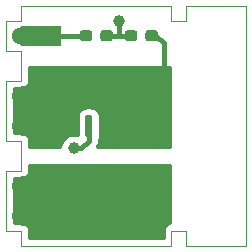
<source format=gbr>
%TF.GenerationSoftware,KiCad,Pcbnew,(5.1.9)-1*%
%TF.CreationDate,2021-04-16T00:55:01+02:00*%
%TF.ProjectId,13_TOR_N,31335f54-4f52-45f4-9e2e-6b696361645f,rev?*%
%TF.SameCoordinates,Original*%
%TF.FileFunction,Copper,L1,Top*%
%TF.FilePolarity,Positive*%
%FSLAX46Y46*%
G04 Gerber Fmt 4.6, Leading zero omitted, Abs format (unit mm)*
G04 Created by KiCad (PCBNEW (5.1.9)-1) date 2021-04-16 00:55:01*
%MOMM*%
%LPD*%
G01*
G04 APERTURE LIST*
%TA.AperFunction,Profile*%
%ADD10C,0.050000*%
%TD*%
%TA.AperFunction,SMDPad,CuDef*%
%ADD11R,2.524000X1.700000*%
%TD*%
%TA.AperFunction,ComponentPad*%
%ADD12C,1.524000*%
%TD*%
%TA.AperFunction,ComponentPad*%
%ADD13R,1.700000X1.700000*%
%TD*%
%TA.AperFunction,ViaPad*%
%ADD14C,1.000000*%
%TD*%
%TA.AperFunction,Conductor*%
%ADD15C,0.400000*%
%TD*%
%TA.AperFunction,Conductor*%
%ADD16C,0.254000*%
%TD*%
%TA.AperFunction,Conductor*%
%ADD17C,0.100000*%
%TD*%
G04 APERTURE END LIST*
D10*
X115570000Y-60960000D02*
X120650000Y-60960000D01*
X115570000Y-62230000D02*
X115570000Y-60960000D01*
X114300000Y-62230000D02*
X115570000Y-62230000D01*
X114300000Y-60960000D02*
X114300000Y-62230000D01*
X115570000Y-81280000D02*
X120650000Y-81280000D01*
X115570000Y-80010000D02*
X115570000Y-81280000D01*
X114300000Y-80010000D02*
X115570000Y-80010000D01*
X114300000Y-81280000D02*
X114300000Y-80010000D01*
X101600000Y-62230000D02*
X101600000Y-60960000D01*
X100330000Y-62230000D02*
X101600000Y-62230000D01*
X100330000Y-64770000D02*
X100330000Y-62230000D01*
X101600000Y-64770000D02*
X100330000Y-64770000D01*
X100330000Y-72390000D02*
X100330000Y-67310000D01*
X101600000Y-72390000D02*
X100330000Y-72390000D01*
X101600000Y-74930000D02*
X101600000Y-72390000D01*
X100330000Y-74930000D02*
X101600000Y-74930000D01*
X120650000Y-60960000D02*
X120650000Y-81280000D01*
X101600000Y-60960000D02*
X114300000Y-60960000D01*
X101600000Y-80010000D02*
X101600000Y-81280000D01*
X100330000Y-80010000D02*
X101600000Y-80010000D01*
X101600000Y-64770000D02*
X101600000Y-67310000D01*
X101600000Y-67310000D02*
X100330000Y-67310000D01*
X114300000Y-81280000D02*
X101600000Y-81280000D01*
X100330000Y-80010000D02*
X100330000Y-74930000D01*
D11*
%TO.P,J1,1*%
%TO.N,GND*%
X102870000Y-71120000D03*
D12*
X101600000Y-71120000D03*
D13*
X104140000Y-71120000D03*
%TD*%
%TO.P,J2,1*%
%TO.N,TRIG*%
X104140000Y-63500000D03*
D12*
X101600000Y-63500000D03*
D11*
X102870000Y-63500000D03*
%TD*%
D13*
%TO.P,J3,1*%
%TO.N,OUT*%
X104140000Y-76200000D03*
D12*
X101600000Y-76200000D03*
D11*
X102870000Y-76200000D03*
%TD*%
%TO.P,R1,1*%
%TO.N,Net-(Q1-Pad4)*%
%TA.AperFunction,SMDPad,CuDef*%
G36*
G01*
X110360000Y-63737500D02*
X110360000Y-63262500D01*
G75*
G02*
X110597500Y-63025000I237500J0D01*
G01*
X111172500Y-63025000D01*
G75*
G02*
X111410000Y-63262500I0J-237500D01*
G01*
X111410000Y-63737500D01*
G75*
G02*
X111172500Y-63975000I-237500J0D01*
G01*
X110597500Y-63975000D01*
G75*
G02*
X110360000Y-63737500I0J237500D01*
G01*
G37*
%TD.AperFunction*%
%TO.P,R1,2*%
%TO.N,GND*%
%TA.AperFunction,SMDPad,CuDef*%
G36*
G01*
X112110000Y-63737500D02*
X112110000Y-63262500D01*
G75*
G02*
X112347500Y-63025000I237500J0D01*
G01*
X112922500Y-63025000D01*
G75*
G02*
X113160000Y-63262500I0J-237500D01*
G01*
X113160000Y-63737500D01*
G75*
G02*
X112922500Y-63975000I-237500J0D01*
G01*
X112347500Y-63975000D01*
G75*
G02*
X112110000Y-63737500I0J237500D01*
G01*
G37*
%TD.AperFunction*%
%TD*%
%TO.P,R2,2*%
%TO.N,Net-(Q1-Pad4)*%
%TA.AperFunction,SMDPad,CuDef*%
G36*
G01*
X108300000Y-63737500D02*
X108300000Y-63262500D01*
G75*
G02*
X108537500Y-63025000I237500J0D01*
G01*
X109112500Y-63025000D01*
G75*
G02*
X109350000Y-63262500I0J-237500D01*
G01*
X109350000Y-63737500D01*
G75*
G02*
X109112500Y-63975000I-237500J0D01*
G01*
X108537500Y-63975000D01*
G75*
G02*
X108300000Y-63737500I0J237500D01*
G01*
G37*
%TD.AperFunction*%
%TO.P,R2,1*%
%TO.N,TRIG*%
%TA.AperFunction,SMDPad,CuDef*%
G36*
G01*
X106550000Y-63737500D02*
X106550000Y-63262500D01*
G75*
G02*
X106787500Y-63025000I237500J0D01*
G01*
X107362500Y-63025000D01*
G75*
G02*
X107600000Y-63262500I0J-237500D01*
G01*
X107600000Y-63737500D01*
G75*
G02*
X107362500Y-63975000I-237500J0D01*
G01*
X106787500Y-63975000D01*
G75*
G02*
X106550000Y-63737500I0J237500D01*
G01*
G37*
%TD.AperFunction*%
%TD*%
%TO.P,J4,1*%
%TO.N,GND*%
X102870000Y-68580000D03*
D12*
X101600000Y-68580000D03*
D13*
X104140000Y-68580000D03*
%TD*%
%TO.P,J5,1*%
%TO.N,OUT*%
X104140000Y-78740000D03*
D12*
X101600000Y-78740000D03*
D11*
X102870000Y-78740000D03*
%TD*%
%TO.P,Q1,1*%
%TO.N,GND*%
%TA.AperFunction,SMDPad,CuDef*%
G36*
G01*
X110975000Y-70210000D02*
X111275000Y-70210000D01*
G75*
G02*
X111425000Y-70360000I0J-150000D01*
G01*
X111425000Y-72010000D01*
G75*
G02*
X111275000Y-72160000I-150000J0D01*
G01*
X110975000Y-72160000D01*
G75*
G02*
X110825000Y-72010000I0J150000D01*
G01*
X110825000Y-70360000D01*
G75*
G02*
X110975000Y-70210000I150000J0D01*
G01*
G37*
%TD.AperFunction*%
%TO.P,Q1,2*%
%TA.AperFunction,SMDPad,CuDef*%
G36*
G01*
X109705000Y-70210000D02*
X110005000Y-70210000D01*
G75*
G02*
X110155000Y-70360000I0J-150000D01*
G01*
X110155000Y-72010000D01*
G75*
G02*
X110005000Y-72160000I-150000J0D01*
G01*
X109705000Y-72160000D01*
G75*
G02*
X109555000Y-72010000I0J150000D01*
G01*
X109555000Y-70360000D01*
G75*
G02*
X109705000Y-70210000I150000J0D01*
G01*
G37*
%TD.AperFunction*%
%TO.P,Q1,3*%
%TA.AperFunction,SMDPad,CuDef*%
G36*
G01*
X108435000Y-70210000D02*
X108735000Y-70210000D01*
G75*
G02*
X108885000Y-70360000I0J-150000D01*
G01*
X108885000Y-72010000D01*
G75*
G02*
X108735000Y-72160000I-150000J0D01*
G01*
X108435000Y-72160000D01*
G75*
G02*
X108285000Y-72010000I0J150000D01*
G01*
X108285000Y-70360000D01*
G75*
G02*
X108435000Y-70210000I150000J0D01*
G01*
G37*
%TD.AperFunction*%
%TO.P,Q1,4*%
%TO.N,Net-(Q1-Pad4)*%
%TA.AperFunction,SMDPad,CuDef*%
G36*
G01*
X107165000Y-70210000D02*
X107465000Y-70210000D01*
G75*
G02*
X107615000Y-70360000I0J-150000D01*
G01*
X107615000Y-72010000D01*
G75*
G02*
X107465000Y-72160000I-150000J0D01*
G01*
X107165000Y-72160000D01*
G75*
G02*
X107015000Y-72010000I0J150000D01*
G01*
X107015000Y-70360000D01*
G75*
G02*
X107165000Y-70210000I150000J0D01*
G01*
G37*
%TD.AperFunction*%
%TO.P,Q1,5*%
%TO.N,OUT*%
%TA.AperFunction,SMDPad,CuDef*%
G36*
G01*
X107165000Y-75160000D02*
X107465000Y-75160000D01*
G75*
G02*
X107615000Y-75310000I0J-150000D01*
G01*
X107615000Y-76960000D01*
G75*
G02*
X107465000Y-77110000I-150000J0D01*
G01*
X107165000Y-77110000D01*
G75*
G02*
X107015000Y-76960000I0J150000D01*
G01*
X107015000Y-75310000D01*
G75*
G02*
X107165000Y-75160000I150000J0D01*
G01*
G37*
%TD.AperFunction*%
%TO.P,Q1,6*%
%TA.AperFunction,SMDPad,CuDef*%
G36*
G01*
X108435000Y-75160000D02*
X108735000Y-75160000D01*
G75*
G02*
X108885000Y-75310000I0J-150000D01*
G01*
X108885000Y-76960000D01*
G75*
G02*
X108735000Y-77110000I-150000J0D01*
G01*
X108435000Y-77110000D01*
G75*
G02*
X108285000Y-76960000I0J150000D01*
G01*
X108285000Y-75310000D01*
G75*
G02*
X108435000Y-75160000I150000J0D01*
G01*
G37*
%TD.AperFunction*%
%TO.P,Q1,7*%
%TA.AperFunction,SMDPad,CuDef*%
G36*
G01*
X109705000Y-75160000D02*
X110005000Y-75160000D01*
G75*
G02*
X110155000Y-75310000I0J-150000D01*
G01*
X110155000Y-76960000D01*
G75*
G02*
X110005000Y-77110000I-150000J0D01*
G01*
X109705000Y-77110000D01*
G75*
G02*
X109555000Y-76960000I0J150000D01*
G01*
X109555000Y-75310000D01*
G75*
G02*
X109705000Y-75160000I150000J0D01*
G01*
G37*
%TD.AperFunction*%
%TO.P,Q1,8*%
%TA.AperFunction,SMDPad,CuDef*%
G36*
G01*
X110975000Y-75160000D02*
X111275000Y-75160000D01*
G75*
G02*
X111425000Y-75310000I0J-150000D01*
G01*
X111425000Y-76960000D01*
G75*
G02*
X111275000Y-77110000I-150000J0D01*
G01*
X110975000Y-77110000D01*
G75*
G02*
X110825000Y-76960000I0J150000D01*
G01*
X110825000Y-75310000D01*
G75*
G02*
X110975000Y-75160000I150000J0D01*
G01*
G37*
%TD.AperFunction*%
%TD*%
D14*
%TO.N,OUT*%
X113030000Y-76835000D03*
X111760000Y-80010000D03*
X109855000Y-80010000D03*
X107950000Y-80010000D03*
X106045000Y-80010000D03*
X113030000Y-78740000D03*
X113030000Y-74930000D03*
%TO.N,Net-(Q1-Pad4)*%
X106045000Y-73025000D03*
X109855000Y-62230000D03*
%TO.N,GND*%
X106045000Y-66675000D03*
X107950000Y-66675000D03*
X109855000Y-66675000D03*
X111760000Y-66675000D03*
X111760000Y-68580000D03*
%TD*%
D15*
%TO.N,TRIG*%
X102870000Y-63500000D02*
X101600000Y-63500000D01*
X102870000Y-63500000D02*
X104140000Y-63500000D01*
X104140000Y-63500000D02*
X107075000Y-63500000D01*
%TO.N,OUT*%
X111125000Y-76135000D02*
X111125000Y-78740000D01*
X109855000Y-76135000D02*
X109855000Y-78740000D01*
X109855000Y-78740000D02*
X109220000Y-78740000D01*
X111125000Y-78740000D02*
X109220000Y-78740000D01*
X108585000Y-76135000D02*
X108585000Y-78740000D01*
X109220000Y-78740000D02*
X108585000Y-78740000D01*
X107315000Y-78740000D02*
X104140000Y-78740000D01*
X107315000Y-76135000D02*
X107315000Y-78740000D01*
X108585000Y-78740000D02*
X107315000Y-78740000D01*
X101600000Y-78740000D02*
X102870000Y-78740000D01*
X101600000Y-76200000D02*
X102870000Y-76200000D01*
X102870000Y-78740000D02*
X104140000Y-78740000D01*
X102870000Y-76200000D02*
X104140000Y-76200000D01*
X104140000Y-76200000D02*
X104140000Y-78740000D01*
X113030000Y-74930000D02*
X113030000Y-76835000D01*
X113030000Y-76835000D02*
X113030000Y-78740000D01*
X106045000Y-80010000D02*
X107950000Y-80010000D01*
X107950000Y-80010000D02*
X109855000Y-80010000D01*
X109855000Y-80010000D02*
X111760000Y-80010000D01*
X111760000Y-80010000D02*
X113030000Y-78740000D01*
X109855000Y-78740000D02*
X109855000Y-80010000D01*
%TO.N,Net-(Q1-Pad4)*%
X108825000Y-63500000D02*
X110885000Y-63500000D01*
X107315000Y-71185000D02*
X107315000Y-72390000D01*
X107315000Y-72390000D02*
X106680000Y-73025000D01*
X106680000Y-73025000D02*
X106045000Y-73025000D01*
X109855000Y-62230000D02*
X109855000Y-63500000D01*
X109855000Y-63500000D02*
X110885000Y-63500000D01*
%TO.N,GND*%
X111125000Y-71185000D02*
X111125000Y-68580000D01*
X109855000Y-68580000D02*
X109855000Y-71185000D01*
X108585000Y-71185000D02*
X108585000Y-68580000D01*
X108585000Y-68580000D02*
X109855000Y-68580000D01*
X101600000Y-71120000D02*
X102870000Y-71120000D01*
X102870000Y-68580000D02*
X101600000Y-68580000D01*
X102870000Y-68580000D02*
X104140000Y-68580000D01*
X102870000Y-71120000D02*
X104140000Y-71120000D01*
X104140000Y-68580000D02*
X108585000Y-68580000D01*
X112635000Y-63500000D02*
X113030000Y-63500000D01*
X113030000Y-63500000D02*
X113665000Y-64135000D01*
X113665000Y-64135000D02*
X113665000Y-66040000D01*
X104140000Y-68580000D02*
X104140000Y-71120000D01*
X106045000Y-66675000D02*
X111760000Y-66675000D01*
X109855000Y-66675000D02*
X109855000Y-68580000D01*
X111760000Y-68580000D02*
X111125000Y-68580000D01*
X110490000Y-68580000D02*
X111760000Y-68580000D01*
X111125000Y-68580000D02*
X110490000Y-68580000D01*
X110490000Y-68580000D02*
X109855000Y-68580000D01*
X111760000Y-68580000D02*
X113030000Y-68580000D01*
X113030000Y-68580000D02*
X113665000Y-67945000D01*
X113665000Y-67945000D02*
X113665000Y-66040000D01*
%TD*%
D16*
%TO.N,GND*%
X114173000Y-72898000D02*
X107978288Y-72898000D01*
X108012636Y-72856146D01*
X108090172Y-72711087D01*
X108110586Y-72643792D01*
X108137918Y-72553689D01*
X108150000Y-72431019D01*
X108150000Y-72431018D01*
X108154040Y-72390000D01*
X108153593Y-72385464D01*
X108193084Y-72311582D01*
X108237929Y-72163745D01*
X108253072Y-72010000D01*
X108253072Y-70360000D01*
X108237929Y-70206255D01*
X108193084Y-70058418D01*
X108120258Y-69922171D01*
X108022251Y-69802749D01*
X107902829Y-69704742D01*
X107766582Y-69631916D01*
X107618745Y-69587071D01*
X107465000Y-69571928D01*
X107165000Y-69571928D01*
X107011255Y-69587071D01*
X106863418Y-69631916D01*
X106727171Y-69704742D01*
X106607749Y-69802749D01*
X106509742Y-69922171D01*
X106436916Y-70058418D01*
X106392071Y-70206255D01*
X106376928Y-70360000D01*
X106376928Y-71933974D01*
X106376067Y-71933617D01*
X106156788Y-71890000D01*
X105933212Y-71890000D01*
X105713933Y-71933617D01*
X105507376Y-72019176D01*
X105321480Y-72143388D01*
X105163388Y-72301480D01*
X105039176Y-72487376D01*
X104953617Y-72693933D01*
X104913026Y-72898000D01*
X102260000Y-72898000D01*
X102260000Y-72422418D01*
X102263193Y-72390000D01*
X102250450Y-72260617D01*
X102212710Y-72136207D01*
X102151425Y-72021550D01*
X102068948Y-71921052D01*
X101968450Y-71838575D01*
X101853793Y-71777290D01*
X101729383Y-71739550D01*
X101632419Y-71730000D01*
X101600000Y-71726807D01*
X101567581Y-71730000D01*
X100990000Y-71730000D01*
X100990000Y-67970000D01*
X101567581Y-67970000D01*
X101600000Y-67973193D01*
X101632419Y-67970000D01*
X101729383Y-67960450D01*
X101853793Y-67922710D01*
X101968450Y-67861425D01*
X102068948Y-67778948D01*
X102151425Y-67678450D01*
X102212710Y-67563793D01*
X102250450Y-67439383D01*
X102263193Y-67310000D01*
X102260000Y-67277581D01*
X102260000Y-66167000D01*
X114173000Y-66167000D01*
X114173000Y-72898000D01*
%TA.AperFunction,Conductor*%
D17*
G36*
X114173000Y-72898000D02*
G01*
X107978288Y-72898000D01*
X108012636Y-72856146D01*
X108090172Y-72711087D01*
X108110586Y-72643792D01*
X108137918Y-72553689D01*
X108150000Y-72431019D01*
X108150000Y-72431018D01*
X108154040Y-72390000D01*
X108153593Y-72385464D01*
X108193084Y-72311582D01*
X108237929Y-72163745D01*
X108253072Y-72010000D01*
X108253072Y-70360000D01*
X108237929Y-70206255D01*
X108193084Y-70058418D01*
X108120258Y-69922171D01*
X108022251Y-69802749D01*
X107902829Y-69704742D01*
X107766582Y-69631916D01*
X107618745Y-69587071D01*
X107465000Y-69571928D01*
X107165000Y-69571928D01*
X107011255Y-69587071D01*
X106863418Y-69631916D01*
X106727171Y-69704742D01*
X106607749Y-69802749D01*
X106509742Y-69922171D01*
X106436916Y-70058418D01*
X106392071Y-70206255D01*
X106376928Y-70360000D01*
X106376928Y-71933974D01*
X106376067Y-71933617D01*
X106156788Y-71890000D01*
X105933212Y-71890000D01*
X105713933Y-71933617D01*
X105507376Y-72019176D01*
X105321480Y-72143388D01*
X105163388Y-72301480D01*
X105039176Y-72487376D01*
X104953617Y-72693933D01*
X104913026Y-72898000D01*
X102260000Y-72898000D01*
X102260000Y-72422418D01*
X102263193Y-72390000D01*
X102250450Y-72260617D01*
X102212710Y-72136207D01*
X102151425Y-72021550D01*
X102068948Y-71921052D01*
X101968450Y-71838575D01*
X101853793Y-71777290D01*
X101729383Y-71739550D01*
X101632419Y-71730000D01*
X101600000Y-71726807D01*
X101567581Y-71730000D01*
X100990000Y-71730000D01*
X100990000Y-67970000D01*
X101567581Y-67970000D01*
X101600000Y-67973193D01*
X101632419Y-67970000D01*
X101729383Y-67960450D01*
X101853793Y-67922710D01*
X101968450Y-67861425D01*
X102068948Y-67778948D01*
X102151425Y-67678450D01*
X102212710Y-67563793D01*
X102250450Y-67439383D01*
X102263193Y-67310000D01*
X102260000Y-67277581D01*
X102260000Y-66167000D01*
X114173000Y-66167000D01*
X114173000Y-72898000D01*
G37*
%TD.AperFunction*%
%TD*%
D16*
%TO.N,OUT*%
X114173000Y-79359315D02*
X114170617Y-79359550D01*
X114046207Y-79397290D01*
X113931550Y-79458575D01*
X113831052Y-79541052D01*
X113748575Y-79641550D01*
X113687290Y-79756207D01*
X113649550Y-79880617D01*
X113636807Y-80010000D01*
X113640001Y-80042429D01*
X113640001Y-80620000D01*
X102260000Y-80620000D01*
X102260000Y-80042418D01*
X102263193Y-80010000D01*
X102250450Y-79880617D01*
X102212710Y-79756207D01*
X102151425Y-79641550D01*
X102068948Y-79541052D01*
X101968450Y-79458575D01*
X101853793Y-79397290D01*
X101729383Y-79359550D01*
X101632419Y-79350000D01*
X101600000Y-79346807D01*
X101567581Y-79350000D01*
X100990000Y-79350000D01*
X100990000Y-75590000D01*
X101567581Y-75590000D01*
X101600000Y-75593193D01*
X101632419Y-75590000D01*
X101729383Y-75580450D01*
X101853793Y-75542710D01*
X101968450Y-75481425D01*
X102068948Y-75398948D01*
X102151425Y-75298450D01*
X102212710Y-75183793D01*
X102250450Y-75059383D01*
X102263193Y-74930000D01*
X102260000Y-74897581D01*
X102260000Y-74422000D01*
X114173000Y-74422000D01*
X114173000Y-79359315D01*
%TA.AperFunction,Conductor*%
D17*
G36*
X114173000Y-79359315D02*
G01*
X114170617Y-79359550D01*
X114046207Y-79397290D01*
X113931550Y-79458575D01*
X113831052Y-79541052D01*
X113748575Y-79641550D01*
X113687290Y-79756207D01*
X113649550Y-79880617D01*
X113636807Y-80010000D01*
X113640001Y-80042429D01*
X113640001Y-80620000D01*
X102260000Y-80620000D01*
X102260000Y-80042418D01*
X102263193Y-80010000D01*
X102250450Y-79880617D01*
X102212710Y-79756207D01*
X102151425Y-79641550D01*
X102068948Y-79541052D01*
X101968450Y-79458575D01*
X101853793Y-79397290D01*
X101729383Y-79359550D01*
X101632419Y-79350000D01*
X101600000Y-79346807D01*
X101567581Y-79350000D01*
X100990000Y-79350000D01*
X100990000Y-75590000D01*
X101567581Y-75590000D01*
X101600000Y-75593193D01*
X101632419Y-75590000D01*
X101729383Y-75580450D01*
X101853793Y-75542710D01*
X101968450Y-75481425D01*
X102068948Y-75398948D01*
X102151425Y-75298450D01*
X102212710Y-75183793D01*
X102250450Y-75059383D01*
X102263193Y-74930000D01*
X102260000Y-74897581D01*
X102260000Y-74422000D01*
X114173000Y-74422000D01*
X114173000Y-79359315D01*
G37*
%TD.AperFunction*%
%TD*%
M02*

</source>
